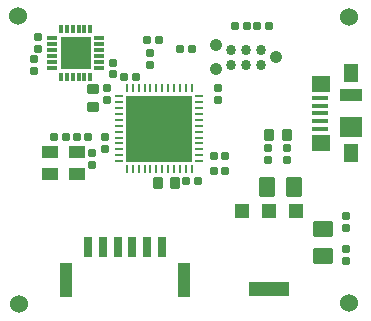
<source format=gbr>
%TF.GenerationSoftware,Altium Limited,Altium Designer,25.4.2 (15)*%
G04 Layer_Color=255*
%FSLAX45Y45*%
%MOMM*%
%TF.SameCoordinates,67C836F6-C9C3-4B7B-B257-39D1A88473F1*%
%TF.FilePolarity,Positive*%
%TF.FileFunction,Pads,Top*%
%TF.Part,Single*%
G01*
G75*
%TA.AperFunction,SMDPad,CuDef*%
%ADD10R,0.65000X1.70000*%
%ADD11R,1.00000X2.90000*%
%ADD12R,3.50000X1.25000*%
%ADD13R,1.25000X1.25000*%
%ADD14R,5.60000X5.60000*%
%ADD15O,0.25000X0.80000*%
%ADD16O,0.80000X0.25000*%
%TA.AperFunction,ConnectorPad*%
%ADD17R,1.38000X0.45000*%
%ADD18R,1.55000X1.42500*%
%ADD19R,1.90000X1.00000*%
%ADD20R,1.90000X1.80000*%
%ADD21R,1.30000X1.65000*%
%TA.AperFunction,SMDPad,CuDef*%
%ADD22R,2.60000X2.70000*%
%ADD23R,0.35000X0.80000*%
%ADD24R,0.85000X0.35000*%
G04:AMPARAMS|DCode=25|XSize=0.6mm|YSize=0.7mm|CornerRadius=0.075mm|HoleSize=0mm|Usage=FLASHONLY|Rotation=270.000|XOffset=0mm|YOffset=0mm|HoleType=Round|Shape=RoundedRectangle|*
%AMROUNDEDRECTD25*
21,1,0.60000,0.55000,0,0,270.0*
21,1,0.45000,0.70000,0,0,270.0*
1,1,0.15000,-0.27500,-0.22500*
1,1,0.15000,-0.27500,0.22500*
1,1,0.15000,0.27500,0.22500*
1,1,0.15000,0.27500,-0.22500*
%
%ADD25ROUNDEDRECTD25*%
G04:AMPARAMS|DCode=26|XSize=1.4mm|YSize=1.7mm|CornerRadius=0.175mm|HoleSize=0mm|Usage=FLASHONLY|Rotation=180.000|XOffset=0mm|YOffset=0mm|HoleType=Round|Shape=RoundedRectangle|*
%AMROUNDEDRECTD26*
21,1,1.40000,1.35000,0,0,180.0*
21,1,1.05000,1.70000,0,0,180.0*
1,1,0.35000,-0.52500,0.67500*
1,1,0.35000,0.52500,0.67500*
1,1,0.35000,0.52500,-0.67500*
1,1,0.35000,-0.52500,-0.67500*
%
%ADD26ROUNDEDRECTD26*%
G04:AMPARAMS|DCode=27|XSize=0.8mm|YSize=1mm|CornerRadius=0.1mm|HoleSize=0mm|Usage=FLASHONLY|Rotation=0.000|XOffset=0mm|YOffset=0mm|HoleType=Round|Shape=RoundedRectangle|*
%AMROUNDEDRECTD27*
21,1,0.80000,0.80000,0,0,0.0*
21,1,0.60000,1.00000,0,0,0.0*
1,1,0.20000,0.30000,-0.40000*
1,1,0.20000,-0.30000,-0.40000*
1,1,0.20000,-0.30000,0.40000*
1,1,0.20000,0.30000,0.40000*
%
%ADD27ROUNDEDRECTD27*%
G04:AMPARAMS|DCode=28|XSize=0.8mm|YSize=1mm|CornerRadius=0.1mm|HoleSize=0mm|Usage=FLASHONLY|Rotation=90.000|XOffset=0mm|YOffset=0mm|HoleType=Round|Shape=RoundedRectangle|*
%AMROUNDEDRECTD28*
21,1,0.80000,0.80000,0,0,90.0*
21,1,0.60000,1.00000,0,0,90.0*
1,1,0.20000,0.40000,0.30000*
1,1,0.20000,0.40000,-0.30000*
1,1,0.20000,-0.40000,-0.30000*
1,1,0.20000,-0.40000,0.30000*
%
%ADD28ROUNDEDRECTD28*%
G04:AMPARAMS|DCode=29|XSize=1.4mm|YSize=1.7mm|CornerRadius=0.175mm|HoleSize=0mm|Usage=FLASHONLY|Rotation=270.000|XOffset=0mm|YOffset=0mm|HoleType=Round|Shape=RoundedRectangle|*
%AMROUNDEDRECTD29*
21,1,1.40000,1.35000,0,0,270.0*
21,1,1.05000,1.70000,0,0,270.0*
1,1,0.35000,-0.67500,-0.52500*
1,1,0.35000,-0.67500,0.52500*
1,1,0.35000,0.67500,0.52500*
1,1,0.35000,0.67500,-0.52500*
%
%ADD29ROUNDEDRECTD29*%
G04:AMPARAMS|DCode=30|XSize=0.6mm|YSize=0.7mm|CornerRadius=0.075mm|HoleSize=0mm|Usage=FLASHONLY|Rotation=0.000|XOffset=0mm|YOffset=0mm|HoleType=Round|Shape=RoundedRectangle|*
%AMROUNDEDRECTD30*
21,1,0.60000,0.55000,0,0,0.0*
21,1,0.45000,0.70000,0,0,0.0*
1,1,0.15000,0.22500,-0.27500*
1,1,0.15000,-0.22500,-0.27500*
1,1,0.15000,-0.22500,0.27500*
1,1,0.15000,0.22500,0.27500*
%
%ADD30ROUNDEDRECTD30*%
%TA.AperFunction,BGAPad,CuDef*%
%ADD31C,0.86300*%
%TA.AperFunction,SMDPad,CuDef*%
G04:AMPARAMS|DCode=32|XSize=1.3mm|YSize=1.1mm|CornerRadius=0.055mm|HoleSize=0mm|Usage=FLASHONLY|Rotation=0.000|XOffset=0mm|YOffset=0mm|HoleType=Round|Shape=RoundedRectangle|*
%AMROUNDEDRECTD32*
21,1,1.30000,0.99000,0,0,0.0*
21,1,1.19000,1.10000,0,0,0.0*
1,1,0.11000,0.59500,-0.49500*
1,1,0.11000,-0.59500,-0.49500*
1,1,0.11000,-0.59500,0.49500*
1,1,0.11000,0.59500,0.49500*
%
%ADD32ROUNDEDRECTD32*%
%TA.AperFunction,WasherPad*%
%ADD39C,1.52400*%
%TA.AperFunction,ComponentPad*%
%ADD40C,1.06700*%
D10*
X9047500Y6500000D02*
D03*
X9172500D02*
D03*
X9422500D02*
D03*
X9547500D02*
D03*
X9297500D02*
D03*
X9672500D02*
D03*
D11*
X8862500Y6220000D02*
D03*
X9857500D02*
D03*
D12*
X10580000Y6140500D02*
D03*
D13*
X10351000Y6799500D02*
D03*
X10580000D02*
D03*
X10809000D02*
D03*
D14*
X9650000Y7500000D02*
D03*
D15*
X9375000Y7840000D02*
D03*
X9425000D02*
D03*
X9475000D02*
D03*
X9525000D02*
D03*
X9575000D02*
D03*
X9625000D02*
D03*
X9675000D02*
D03*
X9725000D02*
D03*
X9775000D02*
D03*
X9825000D02*
D03*
X9875000D02*
D03*
X9925000D02*
D03*
Y7160000D02*
D03*
X9875000D02*
D03*
X9825000D02*
D03*
X9775000D02*
D03*
X9725000D02*
D03*
X9675000D02*
D03*
X9625000D02*
D03*
X9575000D02*
D03*
X9525000D02*
D03*
X9475000D02*
D03*
X9425000D02*
D03*
X9375000D02*
D03*
D16*
X9990000Y7775000D02*
D03*
Y7725000D02*
D03*
Y7675000D02*
D03*
Y7625000D02*
D03*
Y7575000D02*
D03*
Y7525000D02*
D03*
Y7475000D02*
D03*
Y7425000D02*
D03*
Y7375000D02*
D03*
Y7325000D02*
D03*
Y7275000D02*
D03*
Y7225000D02*
D03*
X9310000D02*
D03*
Y7275000D02*
D03*
Y7325000D02*
D03*
Y7375000D02*
D03*
Y7425000D02*
D03*
Y7475000D02*
D03*
Y7525000D02*
D03*
Y7575000D02*
D03*
Y7625000D02*
D03*
Y7675000D02*
D03*
Y7725000D02*
D03*
Y7775000D02*
D03*
D17*
X11009000Y7760000D02*
D03*
Y7695000D02*
D03*
Y7630000D02*
D03*
Y7565000D02*
D03*
Y7500000D02*
D03*
D18*
X11017500Y7878750D02*
D03*
Y7381250D02*
D03*
D19*
X11275000Y7785000D02*
D03*
D20*
Y7515000D02*
D03*
D21*
Y7967500D02*
D03*
Y7292500D02*
D03*
D22*
X8941680Y8139820D02*
D03*
D23*
X8816680Y7939820D02*
D03*
X8866680D02*
D03*
X8916680D02*
D03*
X8966680D02*
D03*
X9016680D02*
D03*
X9066680D02*
D03*
X8816680Y8339820D02*
D03*
X8866680D02*
D03*
X8916680D02*
D03*
X8966680D02*
D03*
X9016680D02*
D03*
X9066680D02*
D03*
D24*
X9139180Y8014820D02*
D03*
Y8064820D02*
D03*
Y8114820D02*
D03*
Y8164820D02*
D03*
Y8214820D02*
D03*
Y8264820D02*
D03*
X8744180Y8014820D02*
D03*
Y8064820D02*
D03*
Y8114820D02*
D03*
Y8164820D02*
D03*
Y8214820D02*
D03*
Y8264820D02*
D03*
D25*
X11230000Y6660000D02*
D03*
Y6760000D02*
D03*
X9210000Y7840000D02*
D03*
Y7740000D02*
D03*
X11230000Y6380000D02*
D03*
Y6480000D02*
D03*
X10574300Y7335560D02*
D03*
Y7235560D02*
D03*
X10734300Y7335560D02*
D03*
Y7235560D02*
D03*
X9261680Y8059820D02*
D03*
Y7959820D02*
D03*
X8620760Y8271980D02*
D03*
Y8171980D02*
D03*
X8590000Y8090000D02*
D03*
Y7990000D02*
D03*
X9080000Y7190000D02*
D03*
Y7290000D02*
D03*
X9570000Y8040000D02*
D03*
Y8140000D02*
D03*
X9190000Y7330000D02*
D03*
Y7430000D02*
D03*
X10150000Y7840000D02*
D03*
Y7740000D02*
D03*
D26*
X10794300Y7010000D02*
D03*
X10565700D02*
D03*
D27*
X9635000Y7040000D02*
D03*
X9785000D02*
D03*
X10579300Y7445560D02*
D03*
X10729300D02*
D03*
D28*
X9090000Y7685000D02*
D03*
Y7835000D02*
D03*
D29*
X11040000Y6654300D02*
D03*
Y6425700D02*
D03*
D30*
X9650000Y8250000D02*
D03*
X9550000D02*
D03*
X9828060Y8176260D02*
D03*
X9928060D02*
D03*
X10210000Y7140000D02*
D03*
X10110000D02*
D03*
X10210000Y7270000D02*
D03*
X10110000D02*
D03*
X8760000Y7430000D02*
D03*
X8860000D02*
D03*
X10580000Y8370000D02*
D03*
X10480000D02*
D03*
X9050000Y7430000D02*
D03*
X8950000D02*
D03*
X10390000Y8370000D02*
D03*
X10290000D02*
D03*
X9980000Y7060000D02*
D03*
X9880000D02*
D03*
X9350000Y7940000D02*
D03*
X9450000D02*
D03*
D31*
X10256000Y8043000D02*
D03*
X10383000D02*
D03*
X10510000D02*
D03*
X10256000Y8170000D02*
D03*
X10383000D02*
D03*
X10510000D02*
D03*
D32*
X8955000Y7115000D02*
D03*
Y7305000D02*
D03*
X8725000Y7115000D02*
D03*
Y7305000D02*
D03*
D39*
X8452500Y8450000D02*
D03*
X11257500Y6025000D02*
D03*
X11255000Y8445000D02*
D03*
X8465000Y6012500D02*
D03*
D40*
X10129000Y8208100D02*
D03*
Y8004900D02*
D03*
X10637000Y8106500D02*
D03*
%TF.MD5,da056107342097fb3659ca7ba345cfb6*%
M02*

</source>
